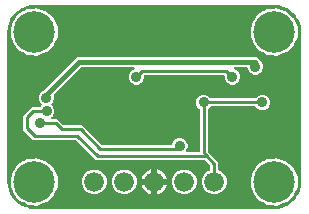
<source format=gbr>
G04 EAGLE Gerber RS-274X export*
G75*
%MOMM*%
%FSLAX34Y34*%
%LPD*%
%INBottom Copper*%
%IPPOS*%
%AMOC8*
5,1,8,0,0,1.08239X$1,22.5*%
G01*
%ADD10C,3.516000*%
%ADD11C,1.676400*%
%ADD12C,0.906400*%
%ADD13C,0.254000*%
%ADD14C,0.406400*%

G36*
X228622Y2543D02*
X228622Y2543D01*
X228700Y2545D01*
X232077Y2810D01*
X232145Y2824D01*
X232214Y2829D01*
X232370Y2869D01*
X238794Y4956D01*
X238901Y5006D01*
X239012Y5050D01*
X239063Y5083D01*
X239082Y5091D01*
X239097Y5104D01*
X239148Y5136D01*
X244612Y9107D01*
X244699Y9188D01*
X244746Y9227D01*
X244752Y9231D01*
X244753Y9233D01*
X244791Y9264D01*
X244829Y9310D01*
X244844Y9324D01*
X244855Y9342D01*
X244893Y9388D01*
X246586Y11717D01*
X246599Y11741D01*
X246616Y11761D01*
X246675Y11880D01*
X246739Y11996D01*
X246746Y12022D01*
X246758Y12046D01*
X246785Y12174D01*
X246799Y12185D01*
X246823Y12196D01*
X246925Y12281D01*
X247031Y12361D01*
X247048Y12381D01*
X247068Y12398D01*
X247171Y12522D01*
X248864Y14852D01*
X248921Y14956D01*
X248985Y15056D01*
X249007Y15113D01*
X249017Y15131D01*
X249022Y15151D01*
X249044Y15206D01*
X251131Y21630D01*
X251144Y21698D01*
X251167Y21764D01*
X251190Y21923D01*
X251455Y25300D01*
X251455Y25304D01*
X251456Y25307D01*
X251455Y25326D01*
X251459Y25400D01*
X251459Y152400D01*
X251457Y152422D01*
X251455Y152500D01*
X251190Y155877D01*
X251176Y155945D01*
X251171Y156014D01*
X251131Y156170D01*
X249044Y162594D01*
X248993Y162701D01*
X248950Y162812D01*
X248917Y162863D01*
X248909Y162882D01*
X248896Y162897D01*
X248864Y162948D01*
X247171Y165278D01*
X247153Y165297D01*
X247139Y165320D01*
X247044Y165413D01*
X246953Y165509D01*
X246931Y165524D01*
X246912Y165542D01*
X246798Y165608D01*
X246792Y165624D01*
X246789Y165651D01*
X246740Y165775D01*
X246697Y165900D01*
X246682Y165922D01*
X246672Y165947D01*
X246586Y166083D01*
X244893Y168412D01*
X244812Y168499D01*
X244736Y168591D01*
X244690Y168629D01*
X244676Y168644D01*
X244658Y168655D01*
X244612Y168693D01*
X239148Y172664D01*
X239044Y172721D01*
X238944Y172785D01*
X238887Y172807D01*
X238869Y172817D01*
X238849Y172822D01*
X238794Y172844D01*
X232370Y174931D01*
X232302Y174944D01*
X232236Y174967D01*
X232077Y174990D01*
X228700Y175255D01*
X228678Y175254D01*
X228600Y175259D01*
X25400Y175259D01*
X25378Y175257D01*
X25300Y175255D01*
X21923Y174990D01*
X21855Y174976D01*
X21786Y174971D01*
X21630Y174931D01*
X18892Y174041D01*
X18867Y174030D01*
X18842Y174024D01*
X18724Y173963D01*
X18604Y173906D01*
X18583Y173889D01*
X18560Y173877D01*
X18462Y173789D01*
X18445Y173788D01*
X18418Y173793D01*
X18286Y173785D01*
X18153Y173783D01*
X18127Y173775D01*
X18101Y173774D01*
X17945Y173734D01*
X15206Y172844D01*
X15099Y172794D01*
X14988Y172750D01*
X14937Y172717D01*
X14918Y172709D01*
X14903Y172696D01*
X14852Y172664D01*
X9388Y168693D01*
X9301Y168612D01*
X9209Y168536D01*
X9171Y168490D01*
X9156Y168476D01*
X9145Y168458D01*
X9107Y168412D01*
X5136Y162948D01*
X5079Y162844D01*
X5015Y162744D01*
X4993Y162687D01*
X4983Y162669D01*
X4978Y162649D01*
X4956Y162594D01*
X2869Y156170D01*
X2856Y156102D01*
X2833Y156036D01*
X2810Y155877D01*
X2545Y152500D01*
X2546Y152478D01*
X2541Y152400D01*
X2541Y25400D01*
X2543Y25378D01*
X2545Y25300D01*
X2810Y21923D01*
X2824Y21855D01*
X2829Y21786D01*
X2869Y21630D01*
X4956Y15206D01*
X5006Y15099D01*
X5050Y14988D01*
X5083Y14937D01*
X5091Y14918D01*
X5104Y14903D01*
X5136Y14852D01*
X9107Y9388D01*
X9127Y9366D01*
X9138Y9348D01*
X9184Y9305D01*
X9188Y9301D01*
X9264Y9209D01*
X9310Y9171D01*
X9324Y9156D01*
X9342Y9145D01*
X9388Y9107D01*
X14852Y5136D01*
X14956Y5079D01*
X15056Y5015D01*
X15113Y4993D01*
X15131Y4983D01*
X15151Y4978D01*
X15206Y4956D01*
X17945Y4066D01*
X17971Y4061D01*
X17996Y4051D01*
X18127Y4031D01*
X18257Y4006D01*
X18284Y4008D01*
X18310Y4004D01*
X18441Y4018D01*
X18455Y4008D01*
X18474Y3989D01*
X18585Y3917D01*
X18694Y3842D01*
X18719Y3832D01*
X18742Y3818D01*
X18891Y3759D01*
X21630Y2869D01*
X21698Y2856D01*
X21764Y2833D01*
X21923Y2810D01*
X25300Y2545D01*
X25322Y2546D01*
X25400Y2541D01*
X228600Y2541D01*
X228622Y2543D01*
G37*
%LPC*%
G36*
X175728Y14985D02*
X175728Y14985D01*
X171901Y16571D01*
X168971Y19501D01*
X167385Y23328D01*
X167385Y27472D01*
X168971Y31299D01*
X171901Y34229D01*
X173714Y34980D01*
X173739Y34995D01*
X173767Y35004D01*
X173877Y35073D01*
X173990Y35138D01*
X174011Y35158D01*
X174036Y35174D01*
X174125Y35269D01*
X174218Y35359D01*
X174234Y35384D01*
X174254Y35406D01*
X174317Y35520D01*
X174385Y35630D01*
X174393Y35658D01*
X174408Y35684D01*
X174440Y35810D01*
X174478Y35934D01*
X174480Y35964D01*
X174487Y35992D01*
X174497Y36153D01*
X174497Y38746D01*
X174485Y38844D01*
X174482Y38943D01*
X174465Y39002D01*
X174457Y39062D01*
X174421Y39154D01*
X174393Y39249D01*
X174363Y39301D01*
X174340Y39357D01*
X174282Y39437D01*
X174232Y39523D01*
X174166Y39598D01*
X174154Y39615D01*
X174144Y39623D01*
X174126Y39644D01*
X170454Y43316D01*
X170375Y43376D01*
X170303Y43444D01*
X170250Y43473D01*
X170202Y43510D01*
X170111Y43550D01*
X170025Y43598D01*
X169966Y43613D01*
X169911Y43637D01*
X169813Y43652D01*
X169717Y43677D01*
X169617Y43683D01*
X169596Y43687D01*
X169584Y43685D01*
X169556Y43687D01*
X77723Y43687D01*
X60823Y60588D01*
X60744Y60648D01*
X60672Y60716D01*
X60619Y60745D01*
X60571Y60782D01*
X60480Y60822D01*
X60394Y60870D01*
X60335Y60885D01*
X60280Y60909D01*
X60182Y60924D01*
X60086Y60949D01*
X59986Y60955D01*
X59965Y60959D01*
X59953Y60957D01*
X59925Y60959D01*
X24540Y60959D01*
X15747Y69752D01*
X15747Y81378D01*
X22988Y88619D01*
X29279Y88619D01*
X29377Y88631D01*
X29476Y88634D01*
X29535Y88651D01*
X29595Y88659D01*
X29687Y88695D01*
X29782Y88723D01*
X29834Y88753D01*
X29890Y88776D01*
X29970Y88834D01*
X30056Y88884D01*
X30131Y88951D01*
X30148Y88963D01*
X30155Y88972D01*
X30177Y88991D01*
X31094Y89908D01*
X31167Y90002D01*
X31245Y90091D01*
X31264Y90127D01*
X31289Y90159D01*
X31336Y90268D01*
X31390Y90374D01*
X31399Y90413D01*
X31415Y90451D01*
X31434Y90568D01*
X31460Y90684D01*
X31458Y90725D01*
X31465Y90765D01*
X31454Y90883D01*
X31450Y91002D01*
X31439Y91041D01*
X31435Y91081D01*
X31395Y91193D01*
X31362Y91308D01*
X31341Y91343D01*
X31327Y91381D01*
X31260Y91479D01*
X31200Y91582D01*
X31160Y91627D01*
X31149Y91644D01*
X31133Y91657D01*
X31094Y91703D01*
X29995Y92801D01*
X28995Y95214D01*
X28995Y97826D01*
X29995Y100239D01*
X31841Y102085D01*
X33308Y102693D01*
X33316Y102697D01*
X33325Y102700D01*
X33454Y102776D01*
X33584Y102850D01*
X33591Y102857D01*
X33599Y102861D01*
X33719Y102968D01*
X34248Y103496D01*
X61816Y131065D01*
X214164Y131065D01*
X216545Y128684D01*
X216545Y128545D01*
X216557Y128447D01*
X216560Y128348D01*
X216577Y128289D01*
X216585Y128229D01*
X216621Y128137D01*
X216649Y128042D01*
X216679Y127990D01*
X216702Y127934D01*
X216760Y127854D01*
X216810Y127768D01*
X216876Y127693D01*
X216888Y127676D01*
X216898Y127669D01*
X216916Y127647D01*
X218045Y126519D01*
X219045Y124106D01*
X219045Y121494D01*
X218045Y119081D01*
X216199Y117235D01*
X213786Y116235D01*
X211174Y116235D01*
X208761Y117235D01*
X206915Y119081D01*
X205915Y121494D01*
X205915Y121666D01*
X205900Y121784D01*
X205893Y121903D01*
X205880Y121941D01*
X205875Y121982D01*
X205832Y122092D01*
X205795Y122205D01*
X205773Y122240D01*
X205758Y122277D01*
X205689Y122373D01*
X205625Y122474D01*
X205595Y122502D01*
X205572Y122535D01*
X205480Y122611D01*
X205393Y122692D01*
X205358Y122712D01*
X205327Y122737D01*
X205219Y122788D01*
X205115Y122846D01*
X205075Y122856D01*
X205039Y122873D01*
X204922Y122895D01*
X204807Y122925D01*
X204747Y122929D01*
X204727Y122933D01*
X204706Y122931D01*
X204646Y122935D01*
X195728Y122935D01*
X195659Y122927D01*
X195589Y122928D01*
X195502Y122907D01*
X195412Y122895D01*
X195348Y122870D01*
X195280Y122853D01*
X195200Y122811D01*
X195117Y122778D01*
X195060Y122737D01*
X194999Y122705D01*
X194932Y122644D01*
X194859Y122592D01*
X194815Y122538D01*
X194763Y122491D01*
X194714Y122416D01*
X194657Y122347D01*
X194627Y122283D01*
X194589Y122225D01*
X194559Y122140D01*
X194521Y122059D01*
X194508Y121990D01*
X194485Y121924D01*
X194478Y121835D01*
X194461Y121747D01*
X194466Y121677D01*
X194460Y121607D01*
X194475Y121519D01*
X194481Y121429D01*
X194503Y121363D01*
X194514Y121294D01*
X194551Y121212D01*
X194579Y121127D01*
X194616Y121068D01*
X194645Y121004D01*
X194701Y120934D01*
X194749Y120858D01*
X194800Y120810D01*
X194844Y120756D01*
X194915Y120701D01*
X194981Y120640D01*
X195042Y120606D01*
X195098Y120564D01*
X195242Y120493D01*
X196759Y119865D01*
X198605Y118019D01*
X199605Y115606D01*
X199605Y112994D01*
X198605Y110581D01*
X196759Y108735D01*
X194346Y107735D01*
X191734Y107735D01*
X189321Y108735D01*
X187475Y110581D01*
X186475Y112994D01*
X186475Y114808D01*
X186460Y114926D01*
X186453Y115045D01*
X186440Y115083D01*
X186435Y115124D01*
X186392Y115234D01*
X186355Y115347D01*
X186333Y115382D01*
X186318Y115419D01*
X186249Y115515D01*
X186185Y115616D01*
X186155Y115644D01*
X186132Y115677D01*
X186040Y115753D01*
X185953Y115834D01*
X185918Y115854D01*
X185887Y115879D01*
X185779Y115930D01*
X185675Y115988D01*
X185635Y115998D01*
X185599Y116015D01*
X185482Y116037D01*
X185367Y116067D01*
X185307Y116071D01*
X185287Y116075D01*
X185266Y116073D01*
X185206Y116077D01*
X119594Y116077D01*
X119476Y116062D01*
X119357Y116055D01*
X119319Y116042D01*
X119278Y116037D01*
X119168Y115994D01*
X119055Y115957D01*
X119020Y115935D01*
X118983Y115920D01*
X118887Y115851D01*
X118786Y115787D01*
X118758Y115757D01*
X118725Y115734D01*
X118649Y115642D01*
X118568Y115555D01*
X118548Y115520D01*
X118523Y115489D01*
X118472Y115381D01*
X118414Y115277D01*
X118404Y115237D01*
X118387Y115201D01*
X118365Y115084D01*
X118335Y114969D01*
X118331Y114909D01*
X118327Y114889D01*
X118329Y114868D01*
X118325Y114808D01*
X118325Y112994D01*
X117325Y110581D01*
X115479Y108735D01*
X113066Y107735D01*
X110454Y107735D01*
X108041Y108735D01*
X106195Y110581D01*
X105195Y112994D01*
X105195Y115606D01*
X106195Y118019D01*
X108041Y119865D01*
X109558Y120493D01*
X109619Y120528D01*
X109683Y120554D01*
X109756Y120606D01*
X109834Y120651D01*
X109884Y120699D01*
X109941Y120740D01*
X109998Y120810D01*
X110062Y120872D01*
X110099Y120932D01*
X110143Y120985D01*
X110182Y121067D01*
X110229Y121143D01*
X110249Y121210D01*
X110279Y121273D01*
X110296Y121361D01*
X110322Y121447D01*
X110326Y121517D01*
X110339Y121586D01*
X110333Y121675D01*
X110337Y121765D01*
X110323Y121833D01*
X110319Y121903D01*
X110291Y121988D01*
X110273Y122076D01*
X110242Y122139D01*
X110221Y122205D01*
X110173Y122281D01*
X110133Y122362D01*
X110088Y122415D01*
X110051Y122474D01*
X109985Y122536D01*
X109927Y122604D01*
X109870Y122644D01*
X109819Y122692D01*
X109740Y122735D01*
X109667Y122787D01*
X109602Y122812D01*
X109541Y122846D01*
X109454Y122868D01*
X109370Y122900D01*
X109300Y122908D01*
X109233Y122925D01*
X109072Y122935D01*
X65709Y122935D01*
X65611Y122923D01*
X65512Y122920D01*
X65454Y122903D01*
X65394Y122895D01*
X65302Y122859D01*
X65207Y122831D01*
X65155Y122801D01*
X65098Y122778D01*
X65018Y122720D01*
X64933Y122670D01*
X64857Y122604D01*
X64841Y122592D01*
X64833Y122582D01*
X64812Y122564D01*
X42124Y99875D01*
X42106Y99852D01*
X42083Y99833D01*
X42009Y99727D01*
X41929Y99624D01*
X41917Y99597D01*
X41900Y99573D01*
X41854Y99452D01*
X41803Y99332D01*
X41798Y99303D01*
X41787Y99276D01*
X41773Y99147D01*
X41753Y99018D01*
X41755Y98989D01*
X41752Y98959D01*
X41770Y98831D01*
X41783Y98702D01*
X41793Y98674D01*
X41797Y98645D01*
X41849Y98492D01*
X42125Y97826D01*
X42125Y95214D01*
X41125Y92801D01*
X40253Y91929D01*
X40180Y91835D01*
X40101Y91745D01*
X40082Y91709D01*
X40058Y91677D01*
X40010Y91568D01*
X39956Y91462D01*
X39947Y91423D01*
X39931Y91385D01*
X39913Y91268D01*
X39886Y91152D01*
X39888Y91111D01*
X39881Y91071D01*
X39893Y90953D01*
X39896Y90834D01*
X39907Y90795D01*
X39911Y90755D01*
X39951Y90643D01*
X39985Y90528D01*
X40005Y90494D01*
X40019Y90455D01*
X40086Y90357D01*
X40146Y90254D01*
X40186Y90209D01*
X40197Y90192D01*
X40213Y90179D01*
X40252Y90134D01*
X41351Y89035D01*
X42351Y86622D01*
X42351Y84010D01*
X41351Y81597D01*
X40153Y80399D01*
X40068Y80290D01*
X39980Y80183D01*
X39971Y80164D01*
X39958Y80148D01*
X39903Y80021D01*
X39844Y79895D01*
X39840Y79875D01*
X39832Y79856D01*
X39810Y79718D01*
X39784Y79582D01*
X39785Y79562D01*
X39782Y79542D01*
X39795Y79403D01*
X39804Y79265D01*
X39810Y79246D01*
X39812Y79226D01*
X39859Y79094D01*
X39902Y78963D01*
X39913Y78945D01*
X39920Y78926D01*
X39998Y78811D01*
X40072Y78694D01*
X40087Y78680D01*
X40098Y78663D01*
X40203Y78571D01*
X40304Y78476D01*
X40321Y78466D01*
X40337Y78453D01*
X40461Y78389D01*
X40582Y78322D01*
X40602Y78317D01*
X40620Y78308D01*
X40756Y78278D01*
X40890Y78243D01*
X40918Y78241D01*
X40930Y78238D01*
X40951Y78239D01*
X41051Y78233D01*
X44780Y78233D01*
X49488Y73524D01*
X49566Y73464D01*
X49638Y73396D01*
X49691Y73367D01*
X49739Y73330D01*
X49830Y73290D01*
X49917Y73242D01*
X49975Y73227D01*
X50031Y73203D01*
X50129Y73188D01*
X50225Y73163D01*
X50325Y73157D01*
X50345Y73153D01*
X50357Y73155D01*
X50385Y73153D01*
X66138Y73153D01*
X82276Y57014D01*
X82355Y56954D01*
X82427Y56886D01*
X82480Y56857D01*
X82528Y56820D01*
X82619Y56780D01*
X82705Y56732D01*
X82764Y56717D01*
X82819Y56693D01*
X82917Y56678D01*
X83013Y56653D01*
X83113Y56647D01*
X83134Y56643D01*
X83146Y56645D01*
X83174Y56643D01*
X140952Y56643D01*
X140981Y56646D01*
X141011Y56644D01*
X141139Y56666D01*
X141268Y56683D01*
X141295Y56693D01*
X141324Y56698D01*
X141443Y56752D01*
X141563Y56800D01*
X141587Y56817D01*
X141614Y56829D01*
X141716Y56910D01*
X141821Y56986D01*
X141840Y57009D01*
X141863Y57028D01*
X141941Y57131D01*
X142024Y57231D01*
X142036Y57258D01*
X142054Y57282D01*
X142125Y57426D01*
X143025Y59599D01*
X144871Y61445D01*
X147284Y62445D01*
X149896Y62445D01*
X152309Y61445D01*
X154155Y59599D01*
X155155Y57186D01*
X155155Y54574D01*
X154108Y52048D01*
X154095Y52000D01*
X154074Y51955D01*
X154053Y51847D01*
X154024Y51741D01*
X154024Y51691D01*
X154014Y51642D01*
X154021Y51533D01*
X154019Y51423D01*
X154031Y51375D01*
X154034Y51325D01*
X154068Y51221D01*
X154093Y51114D01*
X154117Y51070D01*
X154132Y51023D01*
X154191Y50930D01*
X154242Y50833D01*
X154275Y50796D01*
X154302Y50754D01*
X154382Y50679D01*
X154456Y50597D01*
X154498Y50570D01*
X154534Y50536D01*
X154630Y50483D01*
X154722Y50423D01*
X154769Y50406D01*
X154812Y50382D01*
X154919Y50355D01*
X155023Y50319D01*
X155072Y50315D01*
X155120Y50303D01*
X155281Y50293D01*
X164148Y50293D01*
X164266Y50308D01*
X164385Y50315D01*
X164423Y50328D01*
X164464Y50333D01*
X164574Y50376D01*
X164687Y50413D01*
X164722Y50435D01*
X164759Y50450D01*
X164855Y50519D01*
X164956Y50583D01*
X164984Y50613D01*
X165017Y50636D01*
X165093Y50728D01*
X165174Y50815D01*
X165194Y50850D01*
X165219Y50881D01*
X165270Y50989D01*
X165328Y51093D01*
X165338Y51133D01*
X165355Y51169D01*
X165377Y51286D01*
X165407Y51401D01*
X165411Y51461D01*
X165415Y51481D01*
X165413Y51502D01*
X165417Y51562D01*
X165417Y86203D01*
X165405Y86301D01*
X165402Y86400D01*
X165385Y86458D01*
X165377Y86519D01*
X165341Y86611D01*
X165313Y86706D01*
X165283Y86758D01*
X165260Y86814D01*
X165202Y86894D01*
X165152Y86980D01*
X165086Y87055D01*
X165074Y87072D01*
X165064Y87079D01*
X165046Y87101D01*
X163155Y88991D01*
X162155Y91404D01*
X162155Y94016D01*
X163155Y96429D01*
X165001Y98275D01*
X167414Y99275D01*
X170026Y99275D01*
X172439Y98275D01*
X174329Y96384D01*
X174408Y96324D01*
X174480Y96256D01*
X174533Y96227D01*
X174581Y96190D01*
X174672Y96150D01*
X174758Y96102D01*
X174817Y96087D01*
X174873Y96063D01*
X174971Y96048D01*
X175066Y96023D01*
X175166Y96017D01*
X175187Y96013D01*
X175199Y96015D01*
X175227Y96013D01*
X211933Y96013D01*
X212031Y96025D01*
X212130Y96028D01*
X212188Y96045D01*
X212249Y96053D01*
X212341Y96089D01*
X212436Y96117D01*
X212488Y96147D01*
X212544Y96170D01*
X212624Y96228D01*
X212710Y96278D01*
X212785Y96344D01*
X212802Y96356D01*
X212809Y96366D01*
X212831Y96384D01*
X214721Y98275D01*
X217134Y99275D01*
X219746Y99275D01*
X222159Y98275D01*
X224005Y96429D01*
X225005Y94016D01*
X225005Y91404D01*
X224005Y88991D01*
X222159Y87145D01*
X219746Y86145D01*
X217134Y86145D01*
X214721Y87145D01*
X212831Y89036D01*
X212752Y89096D01*
X212680Y89164D01*
X212627Y89193D01*
X212579Y89230D01*
X212488Y89270D01*
X212402Y89318D01*
X212343Y89333D01*
X212287Y89357D01*
X212189Y89372D01*
X212094Y89397D01*
X211994Y89403D01*
X211973Y89407D01*
X211961Y89405D01*
X211933Y89407D01*
X175227Y89407D01*
X175129Y89395D01*
X175030Y89392D01*
X174972Y89375D01*
X174911Y89367D01*
X174819Y89331D01*
X174724Y89303D01*
X174672Y89273D01*
X174616Y89250D01*
X174536Y89192D01*
X174450Y89142D01*
X174375Y89076D01*
X174358Y89064D01*
X174351Y89054D01*
X174329Y89036D01*
X172394Y87101D01*
X172334Y87022D01*
X172266Y86950D01*
X172237Y86897D01*
X172200Y86849D01*
X172160Y86758D01*
X172112Y86672D01*
X172097Y86613D01*
X172073Y86557D01*
X172058Y86459D01*
X172033Y86364D01*
X172027Y86264D01*
X172023Y86243D01*
X172025Y86231D01*
X172023Y86203D01*
X172023Y51614D01*
X172035Y51516D01*
X172038Y51417D01*
X172055Y51358D01*
X172063Y51298D01*
X172099Y51206D01*
X172127Y51111D01*
X172157Y51059D01*
X172180Y51003D01*
X172238Y50923D01*
X172288Y50837D01*
X172354Y50762D01*
X172366Y50745D01*
X172376Y50737D01*
X172394Y50716D01*
X181103Y42008D01*
X181103Y36153D01*
X181106Y36124D01*
X181104Y36094D01*
X181126Y35966D01*
X181143Y35837D01*
X181153Y35810D01*
X181158Y35781D01*
X181212Y35662D01*
X181260Y35542D01*
X181277Y35518D01*
X181289Y35491D01*
X181370Y35389D01*
X181446Y35284D01*
X181469Y35265D01*
X181488Y35242D01*
X181591Y35164D01*
X181691Y35081D01*
X181718Y35069D01*
X181742Y35051D01*
X181886Y34980D01*
X183699Y34229D01*
X186629Y31299D01*
X188215Y27472D01*
X188215Y23328D01*
X186629Y19501D01*
X183699Y16571D01*
X179872Y14985D01*
X175728Y14985D01*
G37*
%LPD*%
%LPC*%
G36*
X23676Y132780D02*
X23676Y132780D01*
X23658Y132780D01*
X23543Y132787D01*
X21499Y132787D01*
X20951Y133014D01*
X20853Y133041D01*
X20757Y133077D01*
X20665Y133092D01*
X20644Y133098D01*
X20631Y133098D01*
X20598Y133104D01*
X19179Y133253D01*
X16215Y134964D01*
X16212Y134965D01*
X16210Y134967D01*
X16066Y135038D01*
X14290Y135773D01*
X13693Y136370D01*
X13626Y136422D01*
X13565Y136483D01*
X13451Y136558D01*
X13442Y136565D01*
X13438Y136567D01*
X13431Y136572D01*
X11929Y137439D01*
X10139Y139903D01*
X10126Y139917D01*
X10116Y139933D01*
X10009Y140054D01*
X8773Y141290D01*
X8357Y142296D01*
X8322Y142356D01*
X8297Y142420D01*
X8211Y142556D01*
X7008Y144211D01*
X6447Y146850D01*
X6436Y146883D01*
X6431Y146919D01*
X6379Y147071D01*
X5787Y148499D01*
X5787Y149822D01*
X5781Y149874D01*
X5783Y149926D01*
X5760Y150086D01*
X5268Y152400D01*
X5760Y154714D01*
X5764Y154767D01*
X5777Y154818D01*
X5787Y154978D01*
X5787Y156301D01*
X6379Y157729D01*
X6388Y157763D01*
X6404Y157795D01*
X6447Y157950D01*
X7008Y160589D01*
X8211Y162244D01*
X8244Y162305D01*
X8286Y162360D01*
X8357Y162504D01*
X8773Y163510D01*
X10009Y164746D01*
X10021Y164761D01*
X10036Y164773D01*
X10139Y164897D01*
X11929Y167361D01*
X13431Y168228D01*
X13499Y168280D01*
X13573Y168324D01*
X13675Y168414D01*
X13684Y168421D01*
X13687Y168424D01*
X13693Y168430D01*
X14290Y169027D01*
X16066Y169762D01*
X16068Y169764D01*
X16070Y169764D01*
X16215Y169836D01*
X18972Y171428D01*
X18993Y171444D01*
X19017Y171455D01*
X19119Y171540D01*
X19166Y171575D01*
X19203Y171568D01*
X19229Y171569D01*
X19256Y171565D01*
X19416Y171572D01*
X20598Y171696D01*
X20698Y171720D01*
X20799Y171734D01*
X20887Y171764D01*
X20908Y171769D01*
X20920Y171775D01*
X20951Y171786D01*
X21499Y172013D01*
X23543Y172013D01*
X23560Y172015D01*
X23676Y172020D01*
X27504Y172422D01*
X28573Y172075D01*
X28690Y172053D01*
X28805Y172023D01*
X28865Y172019D01*
X28885Y172015D01*
X28906Y172017D01*
X28965Y172013D01*
X29301Y172013D01*
X31209Y171223D01*
X31230Y171217D01*
X31302Y171188D01*
X35466Y169835D01*
X36078Y169285D01*
X36188Y169208D01*
X36297Y169126D01*
X36327Y169111D01*
X36339Y169103D01*
X36359Y169096D01*
X36441Y169055D01*
X36510Y169027D01*
X37805Y167732D01*
X37819Y167721D01*
X37853Y167686D01*
X41687Y164234D01*
X41900Y163756D01*
X41979Y163626D01*
X42250Y162972D01*
X42255Y162963D01*
X42263Y162941D01*
X45092Y156586D01*
X45092Y148214D01*
X42263Y141859D01*
X42260Y141849D01*
X42250Y141828D01*
X41994Y141211D01*
X41975Y141187D01*
X41970Y141179D01*
X41968Y141175D01*
X41963Y141165D01*
X41900Y141044D01*
X41687Y140566D01*
X37853Y137114D01*
X37841Y137100D01*
X37804Y137068D01*
X36510Y135773D01*
X36441Y135745D01*
X36324Y135678D01*
X36204Y135615D01*
X36177Y135594D01*
X36165Y135587D01*
X36149Y135572D01*
X36078Y135515D01*
X35466Y134965D01*
X31302Y133612D01*
X31283Y133603D01*
X31209Y133577D01*
X29301Y132787D01*
X28965Y132787D01*
X28848Y132772D01*
X28729Y132765D01*
X28670Y132750D01*
X28650Y132747D01*
X28631Y132740D01*
X28573Y132725D01*
X27504Y132378D01*
X23676Y132780D01*
G37*
%LPD*%
%LPC*%
G36*
X226876Y132780D02*
X226876Y132780D01*
X226858Y132780D01*
X226743Y132787D01*
X224699Y132787D01*
X224151Y133014D01*
X224052Y133041D01*
X223957Y133077D01*
X223865Y133092D01*
X223844Y133098D01*
X223831Y133098D01*
X223798Y133104D01*
X222379Y133253D01*
X219415Y134964D01*
X219413Y134965D01*
X219410Y134967D01*
X219266Y135038D01*
X217490Y135773D01*
X216893Y136370D01*
X216826Y136422D01*
X216765Y136483D01*
X216651Y136558D01*
X216642Y136565D01*
X216638Y136567D01*
X216631Y136572D01*
X215129Y137439D01*
X213339Y139903D01*
X213326Y139917D01*
X213316Y139933D01*
X213209Y140054D01*
X211973Y141290D01*
X211557Y142296D01*
X211522Y142356D01*
X211497Y142420D01*
X211411Y142556D01*
X210208Y144211D01*
X209647Y146849D01*
X209636Y146883D01*
X209631Y146919D01*
X209579Y147071D01*
X208987Y148499D01*
X208987Y149822D01*
X208981Y149874D01*
X208983Y149926D01*
X208960Y150086D01*
X208468Y152400D01*
X208960Y154714D01*
X208964Y154767D01*
X208977Y154817D01*
X208987Y154978D01*
X208987Y156301D01*
X209579Y157729D01*
X209588Y157763D01*
X209604Y157795D01*
X209647Y157951D01*
X210208Y160589D01*
X211411Y162244D01*
X211444Y162305D01*
X211486Y162360D01*
X211557Y162504D01*
X211973Y163510D01*
X213209Y164746D01*
X213221Y164761D01*
X213236Y164773D01*
X213339Y164897D01*
X215129Y167361D01*
X216631Y168228D01*
X216699Y168280D01*
X216773Y168324D01*
X216875Y168414D01*
X216884Y168421D01*
X216887Y168424D01*
X216893Y168430D01*
X217490Y169027D01*
X219266Y169762D01*
X219268Y169764D01*
X219271Y169764D01*
X219415Y169836D01*
X222379Y171547D01*
X223798Y171696D01*
X223898Y171720D01*
X223999Y171734D01*
X224087Y171764D01*
X224108Y171769D01*
X224120Y171775D01*
X224151Y171786D01*
X224699Y172013D01*
X226743Y172013D01*
X226760Y172015D01*
X226876Y172020D01*
X230704Y172422D01*
X231773Y172075D01*
X231890Y172053D01*
X232005Y172023D01*
X232065Y172019D01*
X232085Y172015D01*
X232106Y172017D01*
X232165Y172013D01*
X232501Y172013D01*
X234409Y171222D01*
X234430Y171217D01*
X234503Y171188D01*
X238666Y169835D01*
X239278Y169285D01*
X239389Y169207D01*
X239497Y169126D01*
X239527Y169111D01*
X239539Y169103D01*
X239559Y169096D01*
X239641Y169055D01*
X239710Y169027D01*
X241005Y167732D01*
X241019Y167721D01*
X241053Y167686D01*
X244710Y164393D01*
X244732Y164378D01*
X244750Y164359D01*
X244862Y164288D01*
X244910Y164254D01*
X244914Y164217D01*
X244924Y164192D01*
X244929Y164166D01*
X244985Y164015D01*
X245100Y163756D01*
X245179Y163626D01*
X245450Y162971D01*
X245455Y162962D01*
X245463Y162941D01*
X248292Y156586D01*
X248292Y148214D01*
X245463Y141859D01*
X245460Y141849D01*
X245450Y141829D01*
X245194Y141211D01*
X245175Y141187D01*
X245170Y141179D01*
X245168Y141175D01*
X245163Y141164D01*
X245100Y141044D01*
X244887Y140566D01*
X241053Y137114D01*
X241041Y137100D01*
X241005Y137068D01*
X239710Y135773D01*
X239641Y135745D01*
X239524Y135678D01*
X239404Y135615D01*
X239377Y135594D01*
X239365Y135587D01*
X239350Y135572D01*
X239278Y135515D01*
X238666Y134965D01*
X234502Y133612D01*
X234483Y133603D01*
X234409Y133577D01*
X232501Y132787D01*
X232165Y132787D01*
X232047Y132772D01*
X231929Y132765D01*
X231870Y132750D01*
X231850Y132747D01*
X231831Y132740D01*
X231773Y132725D01*
X230704Y132378D01*
X226876Y132780D01*
G37*
%LPD*%
%LPC*%
G36*
X226876Y5780D02*
X226876Y5780D01*
X226858Y5780D01*
X226743Y5787D01*
X224699Y5787D01*
X224151Y6014D01*
X224052Y6041D01*
X223957Y6077D01*
X223865Y6092D01*
X223844Y6098D01*
X223831Y6098D01*
X223798Y6104D01*
X222379Y6253D01*
X219415Y7964D01*
X219413Y7965D01*
X219410Y7967D01*
X219266Y8038D01*
X217490Y8773D01*
X216893Y9370D01*
X216826Y9422D01*
X216765Y9483D01*
X216651Y9558D01*
X216642Y9565D01*
X216638Y9567D01*
X216631Y9572D01*
X215129Y10439D01*
X213339Y12903D01*
X213326Y12917D01*
X213316Y12933D01*
X213209Y13054D01*
X211973Y14290D01*
X211557Y15296D01*
X211522Y15356D01*
X211497Y15420D01*
X211411Y15556D01*
X210208Y17211D01*
X209647Y19849D01*
X209636Y19883D01*
X209631Y19919D01*
X209579Y20071D01*
X208987Y21499D01*
X208987Y22822D01*
X208981Y22874D01*
X208983Y22926D01*
X208960Y23086D01*
X208468Y25400D01*
X208960Y27714D01*
X208964Y27767D01*
X208977Y27817D01*
X208987Y27978D01*
X208987Y29301D01*
X209579Y30729D01*
X209588Y30763D01*
X209604Y30795D01*
X209647Y30951D01*
X210208Y33589D01*
X211411Y35244D01*
X211444Y35305D01*
X211486Y35360D01*
X211557Y35504D01*
X211973Y36510D01*
X213209Y37746D01*
X213221Y37761D01*
X213236Y37773D01*
X213339Y37897D01*
X215129Y40361D01*
X216631Y41228D01*
X216699Y41280D01*
X216773Y41324D01*
X216875Y41414D01*
X216884Y41421D01*
X216887Y41424D01*
X216893Y41430D01*
X217490Y42027D01*
X219266Y42762D01*
X219268Y42764D01*
X219271Y42764D01*
X219415Y42836D01*
X222379Y44547D01*
X223798Y44696D01*
X223898Y44720D01*
X223999Y44734D01*
X224087Y44764D01*
X224108Y44769D01*
X224120Y44775D01*
X224151Y44786D01*
X224699Y45013D01*
X226743Y45013D01*
X226760Y45015D01*
X226876Y45020D01*
X230704Y45422D01*
X231773Y45075D01*
X231890Y45053D01*
X232005Y45023D01*
X232065Y45019D01*
X232085Y45015D01*
X232106Y45017D01*
X232165Y45013D01*
X232501Y45013D01*
X234409Y44222D01*
X234430Y44217D01*
X234503Y44188D01*
X238666Y42835D01*
X239278Y42285D01*
X239389Y42207D01*
X239497Y42126D01*
X239527Y42111D01*
X239539Y42103D01*
X239559Y42096D01*
X239641Y42055D01*
X239710Y42027D01*
X241005Y40732D01*
X241019Y40721D01*
X241053Y40686D01*
X244887Y37234D01*
X245100Y36756D01*
X245179Y36626D01*
X245450Y35971D01*
X245455Y35962D01*
X245463Y35941D01*
X248292Y29586D01*
X248292Y21214D01*
X245463Y14859D01*
X245460Y14849D01*
X245450Y14829D01*
X245194Y14211D01*
X245175Y14187D01*
X245170Y14178D01*
X245168Y14175D01*
X245163Y14165D01*
X245100Y14044D01*
X244985Y13785D01*
X244977Y13759D01*
X244964Y13736D01*
X244931Y13607D01*
X244914Y13552D01*
X244880Y13536D01*
X244860Y13519D01*
X244836Y13507D01*
X244710Y13407D01*
X241053Y10114D01*
X241041Y10100D01*
X241005Y10068D01*
X239710Y8773D01*
X239641Y8745D01*
X239524Y8678D01*
X239404Y8615D01*
X239377Y8594D01*
X239365Y8587D01*
X239350Y8572D01*
X239278Y8515D01*
X238666Y7965D01*
X234502Y6612D01*
X234483Y6603D01*
X234409Y6577D01*
X232501Y5787D01*
X232165Y5787D01*
X232047Y5772D01*
X231929Y5765D01*
X231870Y5750D01*
X231850Y5747D01*
X231831Y5740D01*
X231773Y5725D01*
X230704Y5378D01*
X226876Y5780D01*
G37*
%LPD*%
%LPC*%
G36*
X23676Y5780D02*
X23676Y5780D01*
X23658Y5780D01*
X23543Y5787D01*
X21499Y5787D01*
X20951Y6014D01*
X20852Y6041D01*
X20757Y6077D01*
X20665Y6092D01*
X20644Y6098D01*
X20631Y6098D01*
X20598Y6104D01*
X19416Y6228D01*
X19390Y6227D01*
X19364Y6232D01*
X19231Y6224D01*
X19173Y6223D01*
X19147Y6250D01*
X19125Y6265D01*
X19106Y6283D01*
X18972Y6372D01*
X16215Y7964D01*
X16213Y7965D01*
X16210Y7967D01*
X16066Y8038D01*
X14290Y8773D01*
X13693Y9370D01*
X13626Y9422D01*
X13565Y9483D01*
X13451Y9558D01*
X13442Y9565D01*
X13438Y9567D01*
X13431Y9572D01*
X11929Y10439D01*
X10139Y12903D01*
X10126Y12917D01*
X10116Y12933D01*
X10009Y13054D01*
X8773Y14290D01*
X8357Y15296D01*
X8322Y15356D01*
X8297Y15420D01*
X8211Y15556D01*
X7008Y17211D01*
X6447Y19849D01*
X6436Y19883D01*
X6431Y19919D01*
X6379Y20071D01*
X5787Y21499D01*
X5787Y22822D01*
X5781Y22874D01*
X5783Y22926D01*
X5760Y23086D01*
X5268Y25400D01*
X5760Y27714D01*
X5764Y27767D01*
X5777Y27817D01*
X5787Y27978D01*
X5787Y29301D01*
X6379Y30729D01*
X6388Y30763D01*
X6404Y30795D01*
X6447Y30951D01*
X7008Y33589D01*
X8211Y35244D01*
X8244Y35305D01*
X8286Y35360D01*
X8357Y35504D01*
X8773Y36510D01*
X10009Y37746D01*
X10021Y37761D01*
X10036Y37773D01*
X10139Y37897D01*
X11929Y40361D01*
X13431Y41228D01*
X13499Y41280D01*
X13573Y41324D01*
X13675Y41414D01*
X13684Y41421D01*
X13687Y41424D01*
X13693Y41430D01*
X14290Y42027D01*
X16066Y42762D01*
X16068Y42764D01*
X16071Y42764D01*
X16215Y42836D01*
X19179Y44547D01*
X20598Y44696D01*
X20698Y44720D01*
X20799Y44734D01*
X20887Y44764D01*
X20908Y44769D01*
X20920Y44775D01*
X20951Y44786D01*
X21499Y45013D01*
X23543Y45013D01*
X23560Y45015D01*
X23676Y45020D01*
X27504Y45422D01*
X28573Y45075D01*
X28690Y45053D01*
X28805Y45023D01*
X28865Y45019D01*
X28885Y45015D01*
X28906Y45017D01*
X28965Y45013D01*
X29301Y45013D01*
X31209Y44222D01*
X31230Y44217D01*
X31303Y44188D01*
X35466Y42835D01*
X36078Y42285D01*
X36189Y42207D01*
X36297Y42126D01*
X36327Y42111D01*
X36339Y42103D01*
X36359Y42096D01*
X36441Y42055D01*
X36510Y42027D01*
X37805Y40732D01*
X37819Y40721D01*
X37853Y40686D01*
X41687Y37234D01*
X41900Y36756D01*
X41979Y36626D01*
X42250Y35971D01*
X42255Y35962D01*
X42263Y35941D01*
X45092Y29586D01*
X45092Y21214D01*
X42263Y14859D01*
X42260Y14849D01*
X42250Y14829D01*
X41994Y14211D01*
X41975Y14187D01*
X41970Y14179D01*
X41968Y14175D01*
X41963Y14164D01*
X41900Y14044D01*
X41687Y13566D01*
X37853Y10114D01*
X37841Y10100D01*
X37805Y10068D01*
X36510Y8773D01*
X36441Y8745D01*
X36324Y8678D01*
X36204Y8615D01*
X36177Y8594D01*
X36165Y8587D01*
X36150Y8572D01*
X36078Y8515D01*
X35466Y7965D01*
X31302Y6612D01*
X31283Y6603D01*
X31209Y6577D01*
X29301Y5787D01*
X28965Y5787D01*
X28847Y5772D01*
X28729Y5765D01*
X28670Y5750D01*
X28650Y5747D01*
X28631Y5740D01*
X28573Y5725D01*
X27504Y5378D01*
X23676Y5780D01*
G37*
%LPD*%
%LPC*%
G36*
X150328Y14985D02*
X150328Y14985D01*
X146501Y16571D01*
X143571Y19501D01*
X141985Y23328D01*
X141985Y27472D01*
X143571Y31299D01*
X146501Y34229D01*
X150328Y35815D01*
X154472Y35815D01*
X158299Y34229D01*
X161229Y31299D01*
X162815Y27472D01*
X162815Y23328D01*
X161229Y19501D01*
X158299Y16571D01*
X154472Y14985D01*
X150328Y14985D01*
G37*
%LPD*%
%LPC*%
G36*
X99528Y14985D02*
X99528Y14985D01*
X95701Y16571D01*
X92771Y19501D01*
X91185Y23328D01*
X91185Y27472D01*
X92771Y31299D01*
X95701Y34229D01*
X99528Y35815D01*
X103672Y35815D01*
X107499Y34229D01*
X110429Y31299D01*
X112015Y27472D01*
X112015Y23328D01*
X110429Y19501D01*
X107499Y16571D01*
X103672Y14985D01*
X99528Y14985D01*
G37*
%LPD*%
%LPC*%
G36*
X74128Y14985D02*
X74128Y14985D01*
X70301Y16571D01*
X67371Y19501D01*
X65785Y23328D01*
X65785Y27472D01*
X67371Y31299D01*
X70301Y34229D01*
X74128Y35815D01*
X78272Y35815D01*
X82099Y34229D01*
X85029Y31299D01*
X86615Y27472D01*
X86615Y23328D01*
X85029Y19501D01*
X82099Y16571D01*
X78272Y14985D01*
X74128Y14985D01*
G37*
%LPD*%
%LPC*%
G36*
X129499Y27899D02*
X129499Y27899D01*
X129499Y36063D01*
X129558Y36054D01*
X131193Y35523D01*
X132725Y34742D01*
X134116Y33731D01*
X135331Y32516D01*
X136342Y31125D01*
X137123Y29593D01*
X137654Y27958D01*
X137663Y27899D01*
X129499Y27899D01*
G37*
%LPD*%
%LPC*%
G36*
X116337Y27899D02*
X116337Y27899D01*
X116346Y27958D01*
X116877Y29593D01*
X117658Y31125D01*
X118669Y32516D01*
X119884Y33731D01*
X121275Y34742D01*
X122807Y35523D01*
X124442Y36054D01*
X124501Y36063D01*
X124501Y27899D01*
X116337Y27899D01*
G37*
%LPD*%
%LPC*%
G36*
X129499Y22901D02*
X129499Y22901D01*
X137663Y22901D01*
X137654Y22842D01*
X137123Y21207D01*
X136342Y19675D01*
X135331Y18284D01*
X134116Y17069D01*
X132725Y16058D01*
X131193Y15277D01*
X129558Y14746D01*
X129499Y14737D01*
X129499Y22901D01*
G37*
%LPD*%
%LPC*%
G36*
X124442Y14746D02*
X124442Y14746D01*
X122807Y15277D01*
X121275Y16058D01*
X119884Y17069D01*
X118669Y18284D01*
X117658Y19675D01*
X116877Y21207D01*
X116346Y22842D01*
X116337Y22901D01*
X124501Y22901D01*
X124501Y14737D01*
X124442Y14746D01*
G37*
%LPD*%
D10*
X25400Y152400D03*
X228600Y152400D03*
X25400Y25400D03*
X228600Y25400D03*
D11*
X76200Y25400D03*
X101600Y25400D03*
X127000Y25400D03*
X152400Y25400D03*
X177800Y25400D03*
D12*
X35560Y114300D03*
X220980Y72390D03*
X127000Y69850D03*
X90170Y137160D03*
X143510Y109220D03*
X35786Y85316D03*
D13*
X24356Y85316D01*
D12*
X218440Y92710D03*
D13*
X24356Y85316D02*
X19050Y80010D01*
X19050Y71120D01*
X25908Y64262D01*
X61819Y64262D01*
D12*
X168720Y92710D03*
D13*
X218440Y92710D01*
X168720Y92710D02*
X168720Y49720D01*
X171450Y46990D02*
X79091Y46990D01*
X61819Y64262D01*
X168720Y49720D02*
X171450Y46990D01*
X177800Y40640D01*
X177800Y25400D01*
D12*
X30480Y74930D03*
X148590Y55880D03*
D13*
X146050Y53340D01*
X81280Y53340D01*
X64770Y69850D01*
X48492Y69850D01*
X43412Y74930D02*
X30480Y74930D01*
X43412Y74930D02*
X48492Y69850D01*
D12*
X193040Y114300D03*
X111760Y114300D03*
D13*
X187960Y119380D02*
X193040Y114300D01*
X187960Y119380D02*
X116840Y119380D01*
X111760Y114300D01*
D12*
X212480Y122800D03*
D14*
X212480Y127000D01*
X63500Y127000D02*
X35560Y99060D01*
X35560Y96520D01*
D12*
X35560Y96520D03*
D14*
X63500Y127000D02*
X212480Y127000D01*
M02*

</source>
